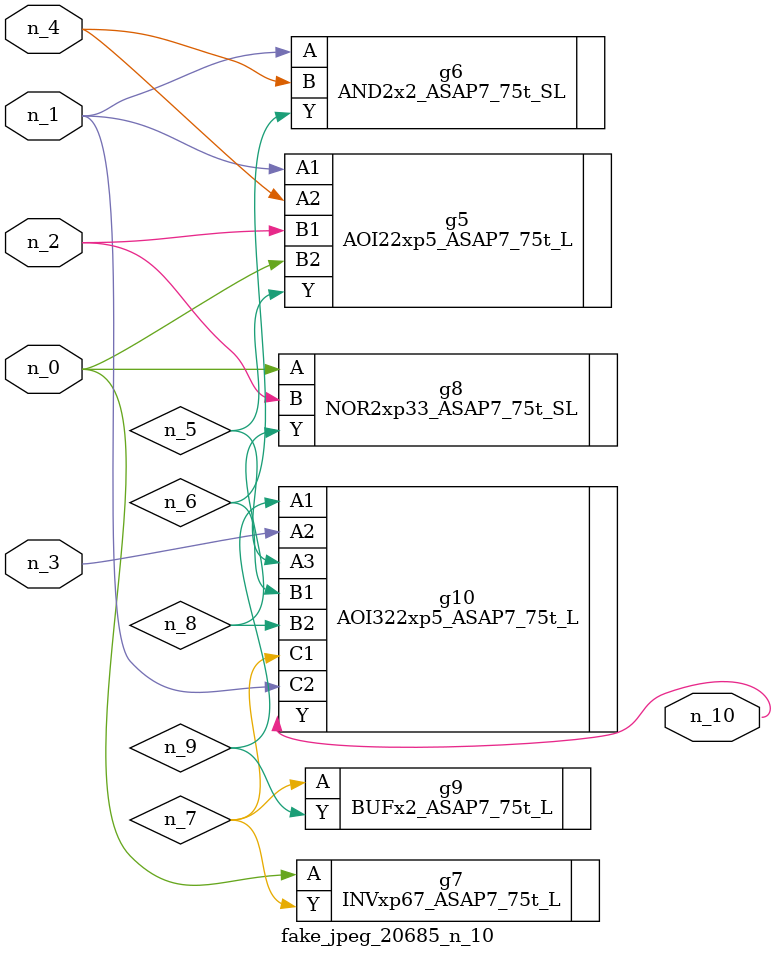
<source format=v>
module fake_jpeg_20685_n_10 (n_3, n_2, n_1, n_0, n_4, n_10);

input n_3;
input n_2;
input n_1;
input n_0;
input n_4;

output n_10;

wire n_8;
wire n_9;
wire n_6;
wire n_5;
wire n_7;

AOI22xp5_ASAP7_75t_L g5 ( 
.A1(n_1),
.A2(n_4),
.B1(n_2),
.B2(n_0),
.Y(n_5)
);

AND2x2_ASAP7_75t_SL g6 ( 
.A(n_1),
.B(n_4),
.Y(n_6)
);

INVxp67_ASAP7_75t_L g7 ( 
.A(n_0),
.Y(n_7)
);

NOR2xp33_ASAP7_75t_SL g8 ( 
.A(n_0),
.B(n_2),
.Y(n_8)
);

BUFx2_ASAP7_75t_L g9 ( 
.A(n_7),
.Y(n_9)
);

AOI322xp5_ASAP7_75t_L g10 ( 
.A1(n_9),
.A2(n_3),
.A3(n_5),
.B1(n_6),
.B2(n_8),
.C1(n_7),
.C2(n_1),
.Y(n_10)
);


endmodule
</source>
